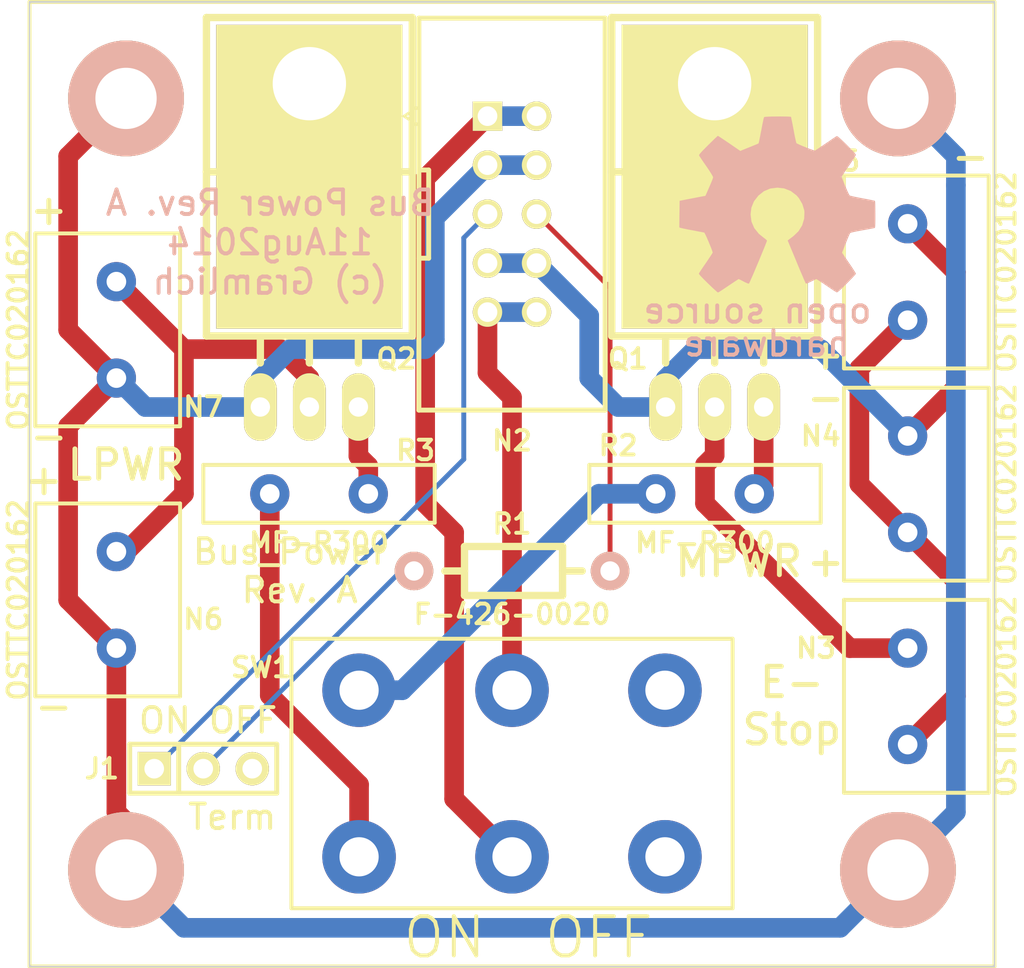
<source format=kicad_pcb>
(kicad_pcb (version 3) (host pcbnew "(2014-jan-25)-product")

  (general
    (links 28)
    (no_connects 0)
    (area 93.863448 96.108 156.136552 150.3568)
    (thickness 1.6)
    (drawings 28)
    (tracks 83)
    (zones 0)
    (modules 18)
    (nets 18)
  )

  (page A4)
  (layers
    (15 F.Cu signal)
    (0 B.Cu signal)
    (16 B.Adhes user)
    (17 F.Adhes user)
    (18 B.Paste user)
    (19 F.Paste user)
    (20 B.SilkS user)
    (21 F.SilkS user)
    (22 B.Mask user)
    (23 F.Mask user)
    (24 Dwgs.User user)
    (25 Cmts.User user)
    (26 Eco1.User user)
    (27 Eco2.User user)
    (28 Edge.Cuts user)
  )

  (setup
    (last_trace_width 0.254)
    (user_trace_width 0.254)
    (user_trace_width 1.016)
    (trace_clearance 0.254)
    (zone_clearance 0.508)
    (zone_45_only no)
    (trace_min 0.254)
    (segment_width 0.2032)
    (edge_width 0.1)
    (via_size 0.889)
    (via_drill 0.635)
    (via_min_size 0.889)
    (via_min_drill 0.508)
    (uvia_size 0.508)
    (uvia_drill 0.127)
    (uvias_allowed no)
    (uvia_min_size 0.508)
    (uvia_min_drill 0.127)
    (pcb_text_width 0.3)
    (pcb_text_size 1.5 1.5)
    (mod_edge_width 0.15)
    (mod_text_size 1 1)
    (mod_text_width 0.15)
    (pad_size 1.5 1.5)
    (pad_drill 0.6)
    (pad_to_mask_clearance 0)
    (aux_axis_origin 0 0)
    (visible_elements 7FFEFFFF)
    (pcbplotparams
      (layerselection 284196865)
      (usegerberextensions true)
      (excludeedgelayer true)
      (linewidth 0.100000)
      (plotframeref false)
      (viasonmask false)
      (mode 1)
      (useauxorigin false)
      (hpglpennumber 1)
      (hpglpenspeed 20)
      (hpglpendiameter 15)
      (hpglpenoverlay 2)
      (psnegative false)
      (psa4output false)
      (plotreference true)
      (plotvalue false)
      (plotinvisibletext false)
      (padsonsilk false)
      (subtractmaskfromsilk false)
      (outputformat 1)
      (mirror false)
      (drillshape 0)
      (scaleselection 1)
      (outputdirectory ""))
  )

  (net 0 "")
  (net 1 /LPWR1)
  (net 2 /LPWR3)
  (net 3 /LPWR2)
  (net 4 /LPWR4)
  (net 5 /LGND)
  (net 6 "Net-(J1-Pad2)")
  (net 7 "Net-(J1-Pad3)")
  (net 8 "Net-(SW1-Pad6)")
  (net 9 "Net-(SW1-Pad3)")
  (net 10 /CANH)
  (net 11 /CANL)
  (net 12 /BPWR5)
  (net 13 /BPWR2)
  (net 14 /BPWR1)
  (net 15 /BPWR3)
  (net 16 /BPWR4)
  (net 17 /BGND)

  (net_class Default "This is the default net class."
    (clearance 0.254)
    (trace_width 0.254)
    (via_dia 0.889)
    (via_drill 0.635)
    (uvia_dia 0.508)
    (uvia_drill 0.127)
    (add_net /CANH)
    (add_net /CANL)
    (add_net "Net-(J1-Pad2)")
    (add_net "Net-(J1-Pad3)")
    (add_net "Net-(SW1-Pad3)")
    (add_net "Net-(SW1-Pad6)")
  )

  (net_class Power ""
    (clearance 0.254)
    (trace_width 1.016)
    (via_dia 0.889)
    (via_drill 0.635)
    (uvia_dia 0.508)
    (uvia_drill 0.127)
    (add_net /BGND)
    (add_net /BPWR1)
    (add_net /BPWR2)
    (add_net /BPWR3)
    (add_net /BPWR4)
    (add_net /BPWR5)
    (add_net /LGND)
    (add_net /LPWR1)
    (add_net /LPWR2)
    (add_net /LPWR3)
    (add_net /LPWR4)
  )

  (module Bus_BeagleBone_Rev_A:OSHW_LOGO_400mil (layer B.Cu) (tedit 0) (tstamp 53E91B30)
    (at 138.75 110.5)
    (path /53AA4798)
    (fp_text reference G1 (at 0 -5.38734) (layer B.SilkS) hide
      (effects (font (size 0.46228 0.46228) (thickness 0.09144)) (justify mirror))
    )
    (fp_text value OSHW_LOGO (at 0 5.38734) (layer B.SilkS) hide
      (effects (font (size 0.46228 0.46228) (thickness 0.09144)) (justify mirror))
    )
    (fp_poly (pts (xy -3.07848 4.56184) (xy -3.02514 4.53644) (xy -2.90576 4.46024) (xy -2.73812 4.34848)
      (xy -2.53746 4.21386) (xy -2.3368 4.07924) (xy -2.16916 3.96748) (xy -2.05486 3.89382)
      (xy -2.0066 3.86588) (xy -1.9812 3.87604) (xy -1.88468 3.92176) (xy -1.74498 3.99542)
      (xy -1.66624 4.03606) (xy -1.5367 4.09194) (xy -1.47574 4.1021) (xy -1.46304 4.08432)
      (xy -1.41732 3.9878) (xy -1.34366 3.82016) (xy -1.24714 3.60172) (xy -1.13792 3.34264)
      (xy -1.02108 3.06578) (xy -0.9017 2.7813) (xy -0.78994 2.50952) (xy -0.69088 2.26822)
      (xy -0.61214 2.0701) (xy -0.5588 1.93294) (xy -0.53848 1.87198) (xy -0.5461 1.86182)
      (xy -0.6096 1.79832) (xy -0.72136 1.7145) (xy -0.96012 1.52146) (xy -1.19888 1.22428)
      (xy -1.34366 0.88646) (xy -1.38938 0.51308) (xy -1.34874 0.16764) (xy -1.21412 -0.1651)
      (xy -0.98044 -0.46482) (xy -0.6985 -0.68834) (xy -0.37084 -0.82804) (xy 0 -0.87376)
      (xy 0.35306 -0.83312) (xy 0.69342 -0.70104) (xy 0.99314 -0.47244) (xy 1.12014 -0.32512)
      (xy 1.2954 -0.02286) (xy 1.39446 0.30226) (xy 1.40462 0.38608) (xy 1.38938 0.74168)
      (xy 1.28524 1.08458) (xy 1.09474 1.38938) (xy 0.83312 1.64084) (xy 0.80264 1.6637)
      (xy 0.68072 1.75514) (xy 0.59944 1.8161) (xy 0.53594 1.86944) (xy 0.9906 2.96164)
      (xy 1.06172 3.1369) (xy 1.18618 3.43408) (xy 1.29794 3.69316) (xy 1.3843 3.8989)
      (xy 1.44526 4.03352) (xy 1.47066 4.0894) (xy 1.47574 4.09194) (xy 1.51384 4.09956)
      (xy 1.59766 4.06908) (xy 1.75006 3.99542) (xy 1.85166 3.94462) (xy 1.9685 3.88874)
      (xy 2.0193 3.86588) (xy 2.06248 3.89128) (xy 2.17678 3.9624) (xy 2.33934 4.07162)
      (xy 2.53492 4.2037) (xy 2.72034 4.3307) (xy 2.89052 4.445) (xy 3.01752 4.52374)
      (xy 3.07594 4.55676) (xy 3.0861 4.55676) (xy 3.13944 4.52628) (xy 3.2385 4.445)
      (xy 3.38836 4.30276) (xy 3.59918 4.09702) (xy 3.62966 4.064) (xy 3.80238 3.88874)
      (xy 3.94462 3.73888) (xy 4.0386 3.63474) (xy 4.07162 3.58648) (xy 4.07162 3.58648)
      (xy 4.04114 3.52806) (xy 3.9624 3.4036) (xy 3.8481 3.22834) (xy 3.71094 3.02514)
      (xy 3.34772 2.49936) (xy 3.54838 2.00406) (xy 3.60934 1.85166) (xy 3.68554 1.66624)
      (xy 3.74396 1.53416) (xy 3.77444 1.47828) (xy 3.82778 1.45796) (xy 3.9624 1.42494)
      (xy 4.16052 1.3843) (xy 4.3942 1.34112) (xy 4.61772 1.30048) (xy 4.82092 1.26238)
      (xy 4.96824 1.23444) (xy 5.03428 1.2192) (xy 5.04952 1.21158) (xy 5.06222 1.17856)
      (xy 5.06984 1.10998) (xy 5.07492 0.98806) (xy 5.07746 0.79502) (xy 5.07746 0.51308)
      (xy 5.07746 0.4826) (xy 5.07492 0.2159) (xy 5.07238 0.00254) (xy 5.06476 -0.13462)
      (xy 5.0546 -0.1905) (xy 5.0546 -0.1905) (xy 4.9911 -0.20574) (xy 4.84886 -0.23622)
      (xy 4.64566 -0.27686) (xy 4.40436 -0.32258) (xy 4.38912 -0.32512) (xy 4.15036 -0.37084)
      (xy 3.94716 -0.41402) (xy 3.80746 -0.44704) (xy 3.7465 -0.46482) (xy 3.73634 -0.4826)
      (xy 3.68554 -0.57404) (xy 3.61696 -0.7239) (xy 3.53822 -0.90678) (xy 3.45948 -1.09474)
      (xy 3.3909 -1.26492) (xy 3.34518 -1.39192) (xy 3.33248 -1.4478) (xy 3.33248 -1.45034)
      (xy 3.37058 -1.50876) (xy 3.45186 -1.63068) (xy 3.5687 -1.80594) (xy 3.7084 -2.00914)
      (xy 3.7211 -2.02438) (xy 3.85826 -2.22758) (xy 3.97002 -2.4003) (xy 4.04368 -2.52222)
      (xy 4.07162 -2.5781) (xy 4.07162 -2.58064) (xy 4.0259 -2.6416) (xy 3.92176 -2.7559)
      (xy 3.77444 -2.91084) (xy 3.59664 -3.09118) (xy 3.54076 -3.14706) (xy 3.34264 -3.3401)
      (xy 3.20548 -3.46456) (xy 3.11912 -3.53314) (xy 3.07848 -3.54838) (xy 3.07848 -3.54584)
      (xy 3.01752 -3.51028) (xy 2.88798 -3.42646) (xy 2.71526 -3.30708) (xy 2.50952 -3.16738)
      (xy 2.49428 -3.15722) (xy 2.29108 -3.02006) (xy 2.1209 -2.90576) (xy 2.00152 -2.82702)
      (xy 1.94818 -2.794) (xy 1.94056 -2.794) (xy 1.85674 -2.8194) (xy 1.71196 -2.8702)
      (xy 1.53416 -2.93878) (xy 1.3462 -3.01244) (xy 1.17602 -3.0861) (xy 1.04902 -3.14452)
      (xy 0.98806 -3.17754) (xy 0.98552 -3.18262) (xy 0.9652 -3.25374) (xy 0.92964 -3.40614)
      (xy 0.88646 -3.61442) (xy 0.84074 -3.86334) (xy 0.83312 -3.90398) (xy 0.7874 -4.14528)
      (xy 0.74676 -4.34594) (xy 0.71882 -4.4831) (xy 0.70612 -4.54152) (xy 0.67056 -4.54914)
      (xy 0.55118 -4.55676) (xy 0.37084 -4.56184) (xy 0.1524 -4.56438) (xy -0.0762 -4.56184)
      (xy -0.30226 -4.5593) (xy -0.49276 -4.55168) (xy -0.62992 -4.54152) (xy -0.68834 -4.53136)
      (xy -0.68834 -4.52628) (xy -0.7112 -4.45262) (xy -0.74422 -4.30022) (xy -0.7874 -4.0894)
      (xy -0.83312 -3.84048) (xy -0.84328 -3.7973) (xy -0.889 -3.556) (xy -0.92964 -3.35788)
      (xy -0.95758 -3.22072) (xy -0.97282 -3.16738) (xy -0.99568 -3.15468) (xy -1.09474 -3.1115)
      (xy -1.2573 -3.04546) (xy -1.45796 -2.96418) (xy -1.92278 -2.77622) (xy -2.49174 -3.16738)
      (xy -2.54508 -3.20294) (xy -2.75082 -3.34264) (xy -2.91846 -3.4544) (xy -3.0353 -3.5306)
      (xy -3.08356 -3.55854) (xy -3.08864 -3.556) (xy -3.14452 -3.5052) (xy -3.25882 -3.39852)
      (xy -3.41122 -3.24866) (xy -3.59156 -3.07086) (xy -3.72364 -2.93878) (xy -3.88112 -2.77876)
      (xy -3.98018 -2.66954) (xy -4.03606 -2.60096) (xy -4.05384 -2.56032) (xy -4.0513 -2.53238)
      (xy -4.0132 -2.47396) (xy -3.92938 -2.34696) (xy -3.81254 -2.17424) (xy -3.67284 -1.97358)
      (xy -3.55854 -1.80594) (xy -3.43408 -1.6129) (xy -3.35534 -1.47574) (xy -3.3274 -1.4097)
      (xy -3.33502 -1.38176) (xy -3.37312 -1.27) (xy -3.4417 -1.10236) (xy -3.52806 -0.9017)
      (xy -3.72618 -0.44958) (xy -4.02082 -0.3937) (xy -4.20116 -0.35814) (xy -4.45008 -0.30988)
      (xy -4.69138 -0.26416) (xy -5.06476 -0.1905) (xy -5.08 1.18618) (xy -5.02158 1.20904)
      (xy -4.9657 1.22428) (xy -4.826 1.25476) (xy -4.62788 1.2954) (xy -4.3942 1.33858)
      (xy -4.19608 1.37668) (xy -3.99542 1.41478) (xy -3.85064 1.44272) (xy -3.78714 1.45542)
      (xy -3.7719 1.47828) (xy -3.7211 1.5748) (xy -3.64998 1.72974) (xy -3.5687 1.91516)
      (xy -3.48996 2.1082) (xy -3.41884 2.286) (xy -3.37058 2.42062) (xy -3.35026 2.49174)
      (xy -3.3782 2.54508) (xy -3.4544 2.66192) (xy -3.56616 2.82956) (xy -3.70078 3.03022)
      (xy -3.83794 3.22834) (xy -3.95224 3.39852) (xy -4.03352 3.52298) (xy -4.06654 3.57886)
      (xy -4.0513 3.61696) (xy -3.97002 3.71348) (xy -3.82016 3.86842) (xy -3.59664 4.0894)
      (xy -3.55854 4.12496) (xy -3.38074 4.29768) (xy -3.23088 4.43484) (xy -3.12674 4.52882)
      (xy -3.07848 4.56184)) (layer B.SilkS) (width 0.00254))
  )

  (module Bus_BeagleBone_Rev_A:MountingHole_3mm (layer F.Cu) (tedit 53C20469) (tstamp 53E91B34)
    (at 105 105)
    (descr "Mounting hole, Befestigungsbohrung, 3mm, No Annular, Kein Restring,")
    (tags "Mounting hole, Befestigungsbohrung, 3mm, No Annular, Kein Restring,")
    (path /53AA33AA)
    (fp_text reference H1 (at 0.235001 -0.35499) (layer F.SilkS)
      (effects (font (size 1.016 1.016) (thickness 0.2032)))
    )
    (fp_text value 3MM_HOLE (at 0 4.29) (layer F.SilkS) hide
      (effects (font (size 1.016 1.016) (thickness 0.2032)))
    )
    (fp_circle (center 0 0) (end 3 0) (layer Cmts.User) (width 0.381))
    (pad 1 thru_hole circle (at 0 0) (size 6 6) (drill 3.175) (layers *.Cu *.SilkS *.Mask)
      (net 5 /LGND))
  )

  (module Bus_BeagleBone_Rev_A:MountingHole_3mm (layer F.Cu) (tedit 53C20469) (tstamp 53E91B3E)
    (at 145 105)
    (descr "Mounting hole, Befestigungsbohrung, 3mm, No Annular, Kein Restring,")
    (tags "Mounting hole, Befestigungsbohrung, 3mm, No Annular, Kein Restring,")
    (path /53E91440)
    (fp_text reference H2 (at 0.235001 -0.35499) (layer F.SilkS)
      (effects (font (size 1.016 1.016) (thickness 0.2032)))
    )
    (fp_text value 3MM_HOLE (at 0 4.29) (layer F.SilkS) hide
      (effects (font (size 1.016 1.016) (thickness 0.2032)))
    )
    (fp_circle (center 0 0) (end 3 0) (layer Cmts.User) (width 0.381))
    (pad 1 thru_hole circle (at 0 0) (size 6 6) (drill 3.175) (layers *.Cu *.SilkS *.Mask)
      (net 5 /LGND))
  )

  (module Bus_BeagleBone_Rev_A:MountingHole_3mm (layer F.Cu) (tedit 53C20469) (tstamp 53E91B44)
    (at 105 145)
    (descr "Mounting hole, Befestigungsbohrung, 3mm, No Annular, Kein Restring,")
    (tags "Mounting hole, Befestigungsbohrung, 3mm, No Annular, Kein Restring,")
    (path /53E914C5)
    (fp_text reference H3 (at 0.235001 -0.35499) (layer F.SilkS)
      (effects (font (size 1.016 1.016) (thickness 0.2032)))
    )
    (fp_text value 3MM_HOLE (at 0 4.29) (layer F.SilkS) hide
      (effects (font (size 1.016 1.016) (thickness 0.2032)))
    )
    (fp_circle (center 0 0) (end 3 0) (layer Cmts.User) (width 0.381))
    (pad 1 thru_hole circle (at 0 0) (size 6 6) (drill 3.175) (layers *.Cu *.SilkS *.Mask)
      (net 5 /LGND))
  )

  (module Bus_BeagleBone_Rev_A:MountingHole_3mm (layer F.Cu) (tedit 53C20469) (tstamp 53E91B4A)
    (at 145 145)
    (descr "Mounting hole, Befestigungsbohrung, 3mm, No Annular, Kein Restring,")
    (tags "Mounting hole, Befestigungsbohrung, 3mm, No Annular, Kein Restring,")
    (path /53E91517)
    (fp_text reference H4 (at 0.235001 -0.35499) (layer F.SilkS)
      (effects (font (size 1.016 1.016) (thickness 0.2032)))
    )
    (fp_text value 3MM_HOLE (at 0 4.29) (layer F.SilkS) hide
      (effects (font (size 1.016 1.016) (thickness 0.2032)))
    )
    (fp_circle (center 0 0) (end 3 0) (layer Cmts.User) (width 0.381))
    (pad 1 thru_hole circle (at 0 0) (size 6 6) (drill 3.175) (layers *.Cu *.SilkS *.Mask)
      (net 5 /LGND))
  )

  (module Bus_BeagleBone_Rev_A:Pin_Header_Straight_1x03 (layer F.Cu) (tedit 53E92B90) (tstamp 53E91B58)
    (at 109 139.75)
    (descr "1 pin")
    (tags "CONN DEV")
    (path /53E8D609)
    (fp_text reference J1 (at -5.25 0) (layer F.SilkS)
      (effects (font (size 1.016 1.016) (thickness 0.2032)))
    )
    (fp_text value TERMINATE_JUMPER (at -0.01 2.45) (layer F.SilkS) hide
      (effects (font (size 1.016 1.016) (thickness 0.2032)))
    )
    (fp_line (start -1.27 1.27) (end 3.81 1.27) (layer F.SilkS) (width 0.254))
    (fp_line (start 3.81 1.27) (end 3.81 -1.27) (layer F.SilkS) (width 0.254))
    (fp_line (start 3.81 -1.27) (end -1.27 -1.27) (layer F.SilkS) (width 0.254))
    (fp_line (start -3.81 -1.27) (end -1.27 -1.27) (layer F.SilkS) (width 0.254))
    (fp_line (start -1.27 -1.27) (end -1.27 1.27) (layer F.SilkS) (width 0.254))
    (fp_line (start -3.81 -1.27) (end -3.81 1.27) (layer F.SilkS) (width 0.254))
    (fp_line (start -3.81 1.27) (end -1.27 1.27) (layer F.SilkS) (width 0.254))
    (pad 1 thru_hole rect (at -2.54 0) (size 1.7272 1.7272) (drill 1.016) (layers *.Cu *.Mask F.SilkS)
      (net 10 /CANH))
    (pad 2 thru_hole circle (at 0 0) (size 1.7272 1.7272) (drill 1.016) (layers *.Cu *.Mask F.SilkS)
      (net 6 "Net-(J1-Pad2)"))
    (pad 3 thru_hole circle (at 2.54 0) (size 1.7272 1.7272) (drill 1.016) (layers *.Cu *.Mask F.SilkS)
      (net 7 "Net-(J1-Pad3)"))
    (model Pin_Headers/Pin_Header_Straight_1x03.wrl
      (at (xyz 0 0 0))
      (scale (xyz 1 1 1))
      (rotate (xyz 0 0 0))
    )
  )

  (module Bus_BeagleBone_Rev_A:Pin_Header_Straight_2x05_Shrouded (layer F.Cu) (tedit 53E92B64) (tstamp 53E91BA7)
    (at 125 111 270)
    (descr "Male 2x5 Header 2.54mm pitch")
    (tags CONN)
    (path /53E91E68)
    (fp_text reference N2 (at 11.75 0 540) (layer F.SilkS)
      (effects (font (size 1.016 1.016) (thickness 0.2032)))
    )
    (fp_text value BUS_MASTER_HEADER (at 0 6.5 270) (layer F.SilkS) hide
      (effects (font (size 1.016 1.016) (thickness 0.2032)))
    )
    (fp_line (start -5.08 5.588) (end -5.588 4.826) (layer F.SilkS) (width 0.15))
    (fp_line (start -5.08 5.588) (end -4.572 4.826) (layer F.SilkS) (width 0.15))
    (fp_line (start 2.286 4.826) (end 2.286 4.318) (layer F.SilkS) (width 0.254))
    (fp_line (start 2.286 4.318) (end -2.286 4.318) (layer F.SilkS) (width 0.254))
    (fp_line (start -2.286 4.318) (end -2.286 4.826) (layer F.SilkS) (width 0.254))
    (fp_line (start -10.16 -4.826) (end 10.16 -4.826) (layer F.SilkS) (width 0.254))
    (fp_line (start 10.16 -4.826) (end 10.16 4.826) (layer F.SilkS) (width 0.254))
    (fp_line (start 10.16 4.826) (end -10.16 4.826) (layer F.SilkS) (width 0.254))
    (fp_line (start -10.16 4.826) (end -10.16 -4.826) (layer F.SilkS) (width 0.254))
    (pad 1 thru_hole rect (at -5.08 1.27 270) (size 1.524 1.524) (drill 1.016) (layers *.Cu *.Mask F.SilkS)
      (net 4 /LPWR4))
    (pad 2 thru_hole circle (at -5.08 -1.27 270) (size 1.524 1.524) (drill 1.016) (layers *.Cu *.Mask F.SilkS)
      (net 4 /LPWR4))
    (pad 3 thru_hole circle (at -2.54 1.27 270) (size 1.524 1.524) (drill 1.016) (layers *.Cu *.Mask F.SilkS)
      (net 5 /LGND))
    (pad 4 thru_hole circle (at -2.54 -1.27 270) (size 1.524 1.524) (drill 1.016) (layers *.Cu *.Mask F.SilkS)
      (net 5 /LGND))
    (pad 5 thru_hole circle (at 0 1.27 270) (size 1.524 1.524) (drill 1.016) (layers *.Cu *.Mask F.SilkS)
      (net 10 /CANH))
    (pad 6 thru_hole circle (at 0 -1.27 270) (size 1.524 1.524) (drill 1.016) (layers *.Cu *.Mask F.SilkS)
      (net 11 /CANL))
    (pad 7 thru_hole circle (at 2.54 1.27 270) (size 1.524 1.524) (drill 1.016) (layers *.Cu *.Mask F.SilkS)
      (net 17 /BGND))
    (pad 8 thru_hole circle (at 2.54 -1.27 270) (size 1.524 1.524) (drill 1.016) (layers *.Cu *.Mask F.SilkS)
      (net 17 /BGND))
    (pad 9 thru_hole circle (at 5.08 1.27 270) (size 1.524 1.524) (drill 1.016) (layers *.Cu *.Mask F.SilkS)
      (net 12 /BPWR5))
    (pad 10 thru_hole circle (at 5.08 -1.27 270) (size 1.524 1.524) (drill 1.016) (layers *.Cu *.Mask F.SilkS)
      (net 12 /BPWR5))
    (model pin_array/pins_array_5x2.wrl
      (at (xyz 0 0 0))
      (scale (xyz 1 1 1))
      (rotate (xyz 0 0 0))
    )
  )

  (module Bus_BeagleBone_Rev_A:5MM_TERMINAL_BLOCK_2_POS (layer F.Cu) (tedit 53E92B41) (tstamp 53E91BBD)
    (at 145.5 136 270)
    (path /53B7CA66)
    (fp_text reference N3 (at -2.5 4.75 360) (layer F.SilkS)
      (effects (font (size 1.016 1.016) (thickness 0.2032)))
    )
    (fp_text value OSTTC020162 (at 0 -5.08 270) (layer F.SilkS)
      (effects (font (size 1.016 1.016) (thickness 0.2032)))
    )
    (fp_line (start -5 -4.2) (end -5 3.3) (layer F.SilkS) (width 0.2032))
    (fp_line (start -5 3.3) (end 5 3.3) (layer F.SilkS) (width 0.2032))
    (fp_line (start 5 3.3) (end 5 -4.2) (layer F.SilkS) (width 0.2032))
    (fp_line (start 5 -4.2) (end -5 -4.2) (layer F.SilkS) (width 0.2032))
    (pad 1 thru_hole circle (at -2.5 0 270) (size 2.032 2.032) (drill 1.016) (layers *.Cu *.Mask)
      (net 13 /BPWR2))
    (pad 2 thru_hole circle (at 2.5 0 270) (size 2.032 2.032) (drill 1.016) (layers *.Cu *.Mask)
      (net 14 /BPWR1))
  )

  (module Bus_BeagleBone_Rev_A:5MM_TERMINAL_BLOCK_2_POS (layer F.Cu) (tedit 53E92B46) (tstamp 53E91BC6)
    (at 145.5 125 270)
    (path /53B61F22)
    (fp_text reference N4 (at -2.5 4.5 360) (layer F.SilkS)
      (effects (font (size 1.016 1.016) (thickness 0.2032)))
    )
    (fp_text value OSTTC020162 (at 0 -5.08 270) (layer F.SilkS)
      (effects (font (size 1.016 1.016) (thickness 0.2032)))
    )
    (fp_line (start -5 -4.2) (end -5 3.3) (layer F.SilkS) (width 0.2032))
    (fp_line (start -5 3.3) (end 5 3.3) (layer F.SilkS) (width 0.2032))
    (fp_line (start 5 3.3) (end 5 -4.2) (layer F.SilkS) (width 0.2032))
    (fp_line (start 5 -4.2) (end -5 -4.2) (layer F.SilkS) (width 0.2032))
    (pad 1 thru_hole circle (at -2.5 0 270) (size 2.032 2.032) (drill 1.016) (layers *.Cu *.Mask)
      (net 17 /BGND))
    (pad 2 thru_hole circle (at 2.5 0 270) (size 2.032 2.032) (drill 1.016) (layers *.Cu *.Mask)
      (net 14 /BPWR1))
  )

  (module Bus_BeagleBone_Rev_A:5MM_TERMINAL_BLOCK_2_POS (layer F.Cu) (tedit 53E92B50) (tstamp 53E91BCF)
    (at 145.5 114 270)
    (path /53B63175)
    (fp_text reference N5 (at -5.75 3.5 360) (layer F.SilkS)
      (effects (font (size 1.016 1.016) (thickness 0.2032)))
    )
    (fp_text value OSTTC020162 (at 0 -5.08 270) (layer F.SilkS)
      (effects (font (size 1.016 1.016) (thickness 0.2032)))
    )
    (fp_line (start -5 -4.2) (end -5 3.3) (layer F.SilkS) (width 0.2032))
    (fp_line (start -5 3.3) (end 5 3.3) (layer F.SilkS) (width 0.2032))
    (fp_line (start 5 3.3) (end 5 -4.2) (layer F.SilkS) (width 0.2032))
    (fp_line (start 5 -4.2) (end -5 -4.2) (layer F.SilkS) (width 0.2032))
    (pad 1 thru_hole circle (at -2.5 0 270) (size 2.032 2.032) (drill 1.016) (layers *.Cu *.Mask)
      (net 17 /BGND))
    (pad 2 thru_hole circle (at 2.5 0 270) (size 2.032 2.032) (drill 1.016) (layers *.Cu *.Mask)
      (net 14 /BPWR1))
  )

  (module Bus_BeagleBone_Rev_A:5MM_TERMINAL_BLOCK_2_POS (layer F.Cu) (tedit 53E92B6D) (tstamp 53E91BD8)
    (at 104.5 131 90)
    (path /53B64AE0)
    (fp_text reference N6 (at -1 4.5 180) (layer F.SilkS)
      (effects (font (size 1.016 1.016) (thickness 0.2032)))
    )
    (fp_text value OSTTC020162 (at 0 -5.08 90) (layer F.SilkS)
      (effects (font (size 1.016 1.016) (thickness 0.2032)))
    )
    (fp_line (start -5 -4.2) (end -5 3.3) (layer F.SilkS) (width 0.2032))
    (fp_line (start -5 3.3) (end 5 3.3) (layer F.SilkS) (width 0.2032))
    (fp_line (start 5 3.3) (end 5 -4.2) (layer F.SilkS) (width 0.2032))
    (fp_line (start 5 -4.2) (end -5 -4.2) (layer F.SilkS) (width 0.2032))
    (pad 1 thru_hole circle (at -2.5 0 90) (size 2.032 2.032) (drill 1.016) (layers *.Cu *.Mask)
      (net 5 /LGND))
    (pad 2 thru_hole circle (at 2.5 0 90) (size 2.032 2.032) (drill 1.016) (layers *.Cu *.Mask)
      (net 1 /LPWR1))
  )

  (module Bus_BeagleBone_Rev_A:5MM_TERMINAL_BLOCK_2_POS (layer F.Cu) (tedit 53E92D05) (tstamp 53E91BE1)
    (at 104.5 117 90)
    (path /53B64AE6)
    (fp_text reference N7 (at -4 4.5 180) (layer F.SilkS)
      (effects (font (size 1.016 1.016) (thickness 0.2032)))
    )
    (fp_text value OSTTC020162 (at 0 -5.08 90) (layer F.SilkS)
      (effects (font (size 1.016 1.016) (thickness 0.2032)))
    )
    (fp_line (start -5 -4.2) (end -5 3.3) (layer F.SilkS) (width 0.2032))
    (fp_line (start -5 3.3) (end 5 3.3) (layer F.SilkS) (width 0.2032))
    (fp_line (start 5 3.3) (end 5 -4.2) (layer F.SilkS) (width 0.2032))
    (fp_line (start 5 -4.2) (end -5 -4.2) (layer F.SilkS) (width 0.2032))
    (pad 1 thru_hole circle (at -2.5 0 90) (size 2.032 2.032) (drill 1.016) (layers *.Cu *.Mask)
      (net 5 /LGND))
    (pad 2 thru_hole circle (at 2.5 0 90) (size 2.032 2.032) (drill 1.016) (layers *.Cu *.Mask)
      (net 1 /LPWR1))
  )

  (module Bus_BeagleBone_Rev_A:TO-220_FET-GDS_Horizontal_LargePads (layer F.Cu) (tedit 53E92D10) (tstamp 53E91BEA)
    (at 135.5 121)
    (descr "TO-220, FET-GDS, Horizontal, Large Pads,")
    (tags "TO-220, FET-GDS, Horizontal, Large Pads,")
    (path /53B62FC0)
    (fp_text reference Q1 (at -4.5 -2.5) (layer F.SilkS)
      (effects (font (size 1.016 1.016) (thickness 0.2032)))
    )
    (fp_text value FQP47P06 (at 0.50038 4.59994) (layer F.SilkS) hide
      (effects (font (size 1.016 1.016) (thickness 0.2032)))
    )
    (fp_text user G (at -2.54 -5.08) (layer F.SilkS)
      (effects (font (size 1.00076 1.00076) (thickness 0.25146)))
    )
    (fp_text user S (at 2.54 -5.08) (layer F.SilkS)
      (effects (font (size 1.00076 1.00076) (thickness 0.25146)))
    )
    (fp_text user D (at 0 -5.08) (layer F.SilkS)
      (effects (font (size 1.00076 1.00076) (thickness 0.25146)))
    )
    (fp_line (start -2.54 -3.683) (end -2.54 -2.286) (layer F.SilkS) (width 0.381))
    (fp_line (start 0 -3.683) (end 0 -2.286) (layer F.SilkS) (width 0.381))
    (fp_line (start 2.54 -3.683) (end 2.54 -2.286) (layer F.SilkS) (width 0.381))
    (fp_circle (center 0 -16.764) (end 1.778 -14.986) (layer F.SilkS) (width 0.381))
    (fp_line (start 5.334 -12.192) (end 5.334 -20.193) (layer F.SilkS) (width 0.381))
    (fp_line (start 5.334 -20.193) (end -5.334 -20.193) (layer F.SilkS) (width 0.381))
    (fp_line (start -5.334 -20.193) (end -5.334 -12.192) (layer F.SilkS) (width 0.381))
    (fp_line (start 5.334 -3.683) (end 5.334 -12.192) (layer F.SilkS) (width 0.381))
    (fp_line (start 5.334 -12.192) (end -5.334 -12.192) (layer F.SilkS) (width 0.381))
    (fp_line (start -5.334 -12.192) (end -5.334 -3.683) (layer F.SilkS) (width 0.381))
    (fp_line (start 0 -3.683) (end -5.334 -3.683) (layer F.SilkS) (width 0.381))
    (fp_line (start 0 -3.683) (end 5.334 -3.683) (layer F.SilkS) (width 0.381))
    (pad D thru_hole oval (at 0 0 90) (size 3.50012 1.69926) (drill 1.00076) (layers *.Cu *.Mask F.SilkS)
      (net 13 /BPWR2))
    (pad G thru_hole oval (at -2.54 0 90) (size 3.50012 1.69926) (drill 1.00076) (layers *.Cu *.Mask F.SilkS)
      (net 17 /BGND))
    (pad S thru_hole oval (at 2.54 0 90) (size 3.50012 1.69926) (drill 1.00076) (layers *.Cu *.Mask F.SilkS)
      (net 15 /BPWR3))
    (pad "" thru_hole rect (at 0 -16.764 90) (size 15.748 9.652) (drill 3.79984 (offset -4.826 0)) (layers *.Cu F.SilkS F.Mask))
    (model Transistor_TO-220_Wings3d_RevB_03Sep2012/TO220-vert_RevB_Faktor03937_03Sep2012.wrl
      (at (xyz 0 0 0))
      (scale (xyz 0.3937 0.3937 0.3937))
      (rotate (xyz 0 0 0))
    )
  )

  (module Bus_BeagleBone_Rev_A:TO-220_FET-GDS_Horizontal_LargePads (layer F.Cu) (tedit 53E92D23) (tstamp 53E91C00)
    (at 114.5 121)
    (descr "TO-220, FET-GDS, Horizontal, Large Pads,")
    (tags "TO-220, FET-GDS, Horizontal, Large Pads,")
    (path /53B6538A)
    (fp_text reference Q2 (at 4.5 -2.5) (layer F.SilkS)
      (effects (font (size 1.016 1.016) (thickness 0.2032)))
    )
    (fp_text value FQP47P06 (at 0.50038 4.59994) (layer F.SilkS) hide
      (effects (font (size 1.016 1.016) (thickness 0.2032)))
    )
    (fp_text user G (at -2.54 -5.08) (layer F.SilkS)
      (effects (font (size 1.00076 1.00076) (thickness 0.25146)))
    )
    (fp_text user S (at 2.54 -5.08) (layer F.SilkS)
      (effects (font (size 1.00076 1.00076) (thickness 0.25146)))
    )
    (fp_text user D (at 0 -5.08) (layer F.SilkS)
      (effects (font (size 1.00076 1.00076) (thickness 0.25146)))
    )
    (fp_line (start -2.54 -3.683) (end -2.54 -2.286) (layer F.SilkS) (width 0.381))
    (fp_line (start 0 -3.683) (end 0 -2.286) (layer F.SilkS) (width 0.381))
    (fp_line (start 2.54 -3.683) (end 2.54 -2.286) (layer F.SilkS) (width 0.381))
    (fp_circle (center 0 -16.764) (end 1.778 -14.986) (layer F.SilkS) (width 0.381))
    (fp_line (start 5.334 -12.192) (end 5.334 -20.193) (layer F.SilkS) (width 0.381))
    (fp_line (start 5.334 -20.193) (end -5.334 -20.193) (layer F.SilkS) (width 0.381))
    (fp_line (start -5.334 -20.193) (end -5.334 -12.192) (layer F.SilkS) (width 0.381))
    (fp_line (start 5.334 -3.683) (end 5.334 -12.192) (layer F.SilkS) (width 0.381))
    (fp_line (start 5.334 -12.192) (end -5.334 -12.192) (layer F.SilkS) (width 0.381))
    (fp_line (start -5.334 -12.192) (end -5.334 -3.683) (layer F.SilkS) (width 0.381))
    (fp_line (start 0 -3.683) (end -5.334 -3.683) (layer F.SilkS) (width 0.381))
    (fp_line (start 0 -3.683) (end 5.334 -3.683) (layer F.SilkS) (width 0.381))
    (pad D thru_hole oval (at 0 0 90) (size 3.50012 1.69926) (drill 1.00076) (layers *.Cu *.Mask F.SilkS)
      (net 1 /LPWR1))
    (pad G thru_hole oval (at -2.54 0 90) (size 3.50012 1.69926) (drill 1.00076) (layers *.Cu *.Mask F.SilkS)
      (net 5 /LGND))
    (pad S thru_hole oval (at 2.54 0 90) (size 3.50012 1.69926) (drill 1.00076) (layers *.Cu *.Mask F.SilkS)
      (net 3 /LPWR2))
    (pad "" thru_hole rect (at 0 -16.764 90) (size 15.748 9.652) (drill 3.79984 (offset -4.826 0)) (layers *.Cu F.SilkS F.Mask))
    (model Transistor_TO-220_Wings3d_RevB_03Sep2012/TO220-vert_RevB_Faktor03937_03Sep2012.wrl
      (at (xyz 0 0 0))
      (scale (xyz 0.3937 0.3937 0.3937))
      (rotate (xyz 0 0 0))
    )
  )

  (module Bus_BeagleBone_Rev_A:Resistor_Horizontal__400 (layer F.Cu) (tedit 53E91A28) (tstamp 53E91C16)
    (at 125 129.5)
    (descr "Resistor, Axial,  400 mils, 1/3W")
    (tags "Resistor, Axial, 400 mis, 1/3W")
    (path /53E8E9A7)
    (fp_text reference R1 (at 0 -2.44) (layer F.SilkS)
      (effects (font (size 1.016 1.016) (thickness 0.2032)))
    )
    (fp_text value "120 1%" (at 0 2.42) (layer F.SilkS) hide
      (effects (font (size 1.016 1.016) (thickness 0.2032)))
    )
    (fp_line (start -2.46126 0) (end -3.47726 0) (layer F.SilkS) (width 0.381))
    (fp_line (start 2.61874 0) (end 3.63474 0) (layer F.SilkS) (width 0.381))
    (fp_line (start -2.46126 -1.27) (end 2.61874 -1.27) (layer F.SilkS) (width 0.381))
    (fp_line (start 2.61874 -1.27) (end 2.61874 1.27) (layer F.SilkS) (width 0.381))
    (fp_line (start 2.61874 1.27) (end -2.46126 1.27) (layer F.SilkS) (width 0.381))
    (fp_line (start -2.46126 1.27) (end -2.46126 -1.27) (layer F.SilkS) (width 0.381))
    (pad 1 thru_hole circle (at -5.08 0) (size 1.99898 1.99898) (drill 1.00076) (layers *.Cu *.SilkS *.Mask)
      (net 6 "Net-(J1-Pad2)"))
    (pad 2 thru_hole circle (at 5.08 0) (size 1.99898 1.99898) (drill 1.00076) (layers *.Cu *.SilkS *.Mask)
      (net 11 /CANL))
  )

  (module Bus_Power_Rev_A:MF_R300 (layer F.Cu) (tedit 53E92B5A) (tstamp 53E91C21)
    (at 135 125.5 180)
    (path /53B63849)
    (fp_text reference R2 (at 4.5 2.5 180) (layer F.SilkS)
      (effects (font (size 1.016 1.016) (thickness 0.2032)))
    )
    (fp_text value MF-R300 (at 0 -2.54 180) (layer F.SilkS)
      (effects (font (size 1.016 1.016) (thickness 0.2032)))
    )
    (fp_line (start -5.9944 1.4986) (end 5.9944 1.4986) (layer F.SilkS) (width 0.2032))
    (fp_line (start 5.9944 1.4986) (end 5.9944 -1.4986) (layer F.SilkS) (width 0.2032))
    (fp_line (start 5.9944 -1.4986) (end -5.9944 -1.4986) (layer F.SilkS) (width 0.2032))
    (fp_line (start -5.9944 -1.4986) (end -5.9944 1.4986) (layer F.SilkS) (width 0.2032))
    (pad 1 thru_hole circle (at -2.5527 0 180) (size 2.032 2.032) (drill 1.016) (layers *.Cu *.Mask)
      (net 15 /BPWR3))
    (pad 2 thru_hole circle (at 2.5527 0 180) (size 2.032 2.032) (drill 1.016) (layers *.Cu *.Mask)
      (net 16 /BPWR4))
  )

  (module Bus_Power_Rev_A:MF_R300 (layer F.Cu) (tedit 53E92B5F) (tstamp 53E91C33)
    (at 115 125.5 180)
    (path /53B7AD27)
    (fp_text reference R3 (at -5 2.25 180) (layer F.SilkS)
      (effects (font (size 1.016 1.016) (thickness 0.2032)))
    )
    (fp_text value MF-R300 (at 0 -2.54 180) (layer F.SilkS)
      (effects (font (size 1.016 1.016) (thickness 0.2032)))
    )
    (fp_line (start -5.9944 1.4986) (end 5.9944 1.4986) (layer F.SilkS) (width 0.2032))
    (fp_line (start 5.9944 1.4986) (end 5.9944 -1.4986) (layer F.SilkS) (width 0.2032))
    (fp_line (start 5.9944 -1.4986) (end -5.9944 -1.4986) (layer F.SilkS) (width 0.2032))
    (fp_line (start -5.9944 -1.4986) (end -5.9944 1.4986) (layer F.SilkS) (width 0.2032))
    (pad 1 thru_hole circle (at -2.5527 0 180) (size 2.032 2.032) (drill 1.016) (layers *.Cu *.Mask)
      (net 3 /LPWR2))
    (pad 2 thru_hole circle (at 2.5527 0 180) (size 2.032 2.032) (drill 1.016) (layers *.Cu *.Mask)
      (net 2 /LPWR3))
  )

  (module Bus_Power_Rev_A:GF_426_0020 (layer F.Cu) (tedit 53E92CF6) (tstamp 53E91C34)
    (at 125 140)
    (path /53B6452D)
    (fp_text reference SW1 (at -13 -5.5) (layer F.SilkS)
      (effects (font (size 1.016 1.016) (thickness 0.2032)))
    )
    (fp_text value F-426-0020 (at 0 -8.255) (layer F.SilkS)
      (effects (font (size 1.016 1.016) (thickness 0.2032)))
    )
    (fp_line (start -11.43 -6.985) (end -11.43 6.985) (layer F.SilkS) (width 0.2032))
    (fp_line (start -11.43 6.985) (end 11.43 6.985) (layer F.SilkS) (width 0.2032))
    (fp_line (start 11.43 6.985) (end 11.43 -6.985) (layer F.SilkS) (width 0.2032))
    (fp_line (start 11.43 -6.985) (end -11.43 -6.985) (layer F.SilkS) (width 0.2032))
    (pad 5 thru_hole circle (at 0 4.318) (size 3.81 3.81) (drill 2.032) (layers *.Cu *.Mask)
      (net 4 /LPWR4))
    (pad 2 thru_hole circle (at 0 -4.318) (size 3.81 3.81) (drill 2.032) (layers *.Cu *.Mask)
      (net 12 /BPWR5))
    (pad 6 thru_hole circle (at 7.9248 4.318) (size 3.81 3.81) (drill 2.032) (layers *.Cu *.Mask)
      (net 8 "Net-(SW1-Pad6)"))
    (pad 1 thru_hole circle (at -7.9248 -4.318) (size 3.81 3.81) (drill 2.032) (layers *.Cu *.Mask)
      (net 16 /BPWR4))
    (pad 3 thru_hole circle (at 7.9248 -4.318) (size 3.81 3.81) (drill 2.032) (layers *.Cu *.Mask)
      (net 9 "Net-(SW1-Pad3)"))
    (pad 4 thru_hole circle (at -7.9248 4.318) (size 3.81 3.81) (drill 2.032) (layers *.Cu *.Mask)
      (net 2 /LPWR3))
  )

  (gr_line (start 100 150) (end 100 100) (angle 90) (layer F.SilkS) (width 0.2032))
  (gr_line (start 150 150) (end 100 150) (angle 90) (layer F.SilkS) (width 0.2032))
  (gr_line (start 150 100) (end 150 150) (angle 90) (layer F.SilkS) (width 0.2032))
  (gr_line (start 100 100) (end 150 100) (angle 90) (layer F.SilkS) (width 0.2032))
  (gr_text Term (at 110.5 142.25) (layer F.SilkS)
    (effects (font (size 1.27 1.27) (thickness 0.2032)))
  )
  (gr_text "ON OFF" (at 109.25 137.25) (layer F.SilkS)
    (effects (font (size 1.27 1.27) (thickness 0.2032)))
  )
  (gr_line (start 150 100) (end 150 150) (angle 90) (layer Edge.Cuts) (width 0.1))
  (gr_line (start 100 150) (end 150 150) (angle 90) (layer Edge.Cuts) (width 0.1))
  (gr_line (start 100 100) (end 100 150) (angle 90) (layer Edge.Cuts) (width 0.1))
  (gr_text "Bus Power Rev. A\n11Aug2014\n(c) Gramlich" (at 112.46 112.46) (layer B.SilkS)
    (effects (font (size 1.27 1.27) (thickness 0.2032)) (justify mirror))
  )
  (gr_line (start 100 100) (end 150 100) (angle 90) (layer Edge.Cuts) (width 0.1))
  (gr_text MPWR (at 136.75 129) (layer F.SilkS)
    (effects (font (thickness 0.254)))
  )
  (gr_text LPWR (at 105 124) (layer F.SilkS)
    (effects (font (thickness 0.254)))
  )
  (gr_text "E-\nStop" (at 139.5 136.5) (layer F.SilkS)
    (effects (font (thickness 0.254)))
  )
  (gr_text - (at 148.75 108) (layer F.SilkS)
    (effects (font (thickness 0.254)) (justify mirror))
  )
  (gr_text + (at 141.25 129) (layer F.SilkS)
    (effects (font (thickness 0.254)) (justify mirror))
  )
  (gr_text - (at 141.25 120.5) (layer F.SilkS)
    (effects (font (thickness 0.254)) (justify mirror))
  )
  (gr_text + (at 141.25 118.25) (layer F.SilkS)
    (effects (font (thickness 0.254)) (justify mirror))
  )
  (gr_text - (at 101.25 136.5) (layer F.SilkS)
    (effects (font (thickness 0.254)) (justify mirror))
  )
  (gr_text + (at 100.75 124.75) (layer F.SilkS)
    (effects (font (thickness 0.254)) (justify mirror))
  )
  (gr_text + (at 101 110.75) (layer F.SilkS)
    (effects (font (thickness 0.254)) (justify mirror))
  )
  (gr_text - (at 101 122.5) (layer F.SilkS)
    (effects (font (thickness 0.254)) (justify mirror))
  )
  (gr_text "Rev. A" (at 114 130.5) (layer F.SilkS)
    (effects (font (size 1.27 1.27) (thickness 0.2032)))
  )
  (gr_text OFF (at 129.5 148.5) (layer F.SilkS)
    (effects (font (size 2.032 2.032) (thickness 0.2032)))
  )
  (gr_text ON (at 121.5 148.5) (layer F.SilkS)
    (effects (font (size 2.032 2.032) (thickness 0.2032)))
  )
  (gr_text hardware (at 142.61 117.71) (layer B.SilkS)
    (effects (font (size 1.27 1.27) (thickness 0.2032)) (justify left mirror))
  )
  (gr_text "open source" (at 143.75 116) (layer B.SilkS)
    (effects (font (size 1.27 1.27) (thickness 0.2032)) (justify left mirror))
  )
  (gr_text Bus_Power (at 113.5 128.5) (layer F.SilkS)
    (effects (font (size 1.27 1.27) (thickness 0.2032)))
  )

  (segment (start 108 118) (end 104.5 114.5) (width 1.016) (layer F.Cu) (net 1) (tstamp 53E92D71))
  (segment (start 113 118) (end 108 118) (width 1.016) (layer F.Cu) (net 1) (tstamp 53E92D70))
  (segment (start 114.5 119.5) (end 113 118) (width 1.016) (layer F.Cu) (net 1) (tstamp 53E92D6F))
  (segment (start 114.5 121) (end 114.5 119.5) (width 1.016) (layer F.Cu) (net 1))
  (segment (start 108 125.5) (end 108 118) (width 1.016) (layer F.Cu) (net 1) (tstamp 53E92D75))
  (segment (start 105 128.5) (end 108 125.5) (width 1.016) (layer F.Cu) (net 1) (tstamp 53E92D74))
  (segment (start 104.5 128.5) (end 105 128.5) (width 1.016) (layer F.Cu) (net 1))
  (segment (start 117.0752 140.5752) (end 112.4473 135.9473) (width 1.016) (layer F.Cu) (net 2) (tstamp 53E92E2C))
  (segment (start 112.4473 135.9473) (end 112.4473 125.5) (width 1.016) (layer F.Cu) (net 2) (tstamp 53E92E2D))
  (segment (start 117.0752 144.318) (end 117.0752 140.5752) (width 1.016) (layer F.Cu) (net 2))
  (segment (start 117.5527 124.0527) (end 117.04 123.54) (width 1.016) (layer F.Cu) (net 3) (tstamp 53E92E25))
  (segment (start 117.04 123.54) (end 117.04 121) (width 1.016) (layer F.Cu) (net 3) (tstamp 53E92E26))
  (segment (start 117.5527 125.5) (end 117.5527 124.0527) (width 1.016) (layer F.Cu) (net 3))
  (segment (start 126.27 105.92) (end 123.73 105.92) (width 1.016) (layer B.Cu) (net 4))
  (segment (start 122 141.318) (end 122 127.5) (width 1.016) (layer F.Cu) (net 4) (tstamp 53E92E5E))
  (segment (start 122 127.5) (end 120.5 126) (width 1.016) (layer F.Cu) (net 4) (tstamp 53E92E61))
  (segment (start 120.5 126) (end 120.5 109.15) (width 1.016) (layer F.Cu) (net 4) (tstamp 53E92E62))
  (segment (start 120.5 109.15) (end 123.73 105.92) (width 1.016) (layer F.Cu) (net 4) (tstamp 53E92E65))
  (segment (start 125 144.318) (end 122 141.318) (width 1.016) (layer F.Cu) (net 4))
  (segment (start 102 108) (end 102 117) (width 1.016) (layer F.Cu) (net 5) (tstamp 53E92D6B))
  (segment (start 102 117) (end 104.5 119.5) (width 1.016) (layer F.Cu) (net 5) (tstamp 53E92D6C))
  (segment (start 105 105) (end 102 108) (width 1.016) (layer F.Cu) (net 5))
  (segment (start 106 121) (end 104.5 119.5) (width 1.016) (layer B.Cu) (net 5) (tstamp 53E92D78))
  (segment (start 111.96 121) (end 106 121) (width 1.016) (layer B.Cu) (net 5))
  (segment (start 102 122) (end 102 131) (width 1.016) (layer F.Cu) (net 5) (tstamp 53E92D7B))
  (segment (start 102 131) (end 104.5 133.5) (width 1.016) (layer F.Cu) (net 5) (tstamp 53E92D7C))
  (segment (start 104.5 119.5) (end 102 122) (width 1.016) (layer F.Cu) (net 5))
  (segment (start 104.5 142) (end 104.5 133.5) (width 1.016) (layer F.Cu) (net 5) (tstamp 53E92D81))
  (segment (start 105 142.5) (end 104.5 142) (width 1.016) (layer F.Cu) (net 5) (tstamp 53E92D7F))
  (segment (start 105 145) (end 105 142.5) (width 1.016) (layer F.Cu) (net 5))
  (segment (start 142 148) (end 108 148) (width 1.016) (layer B.Cu) (net 5) (tstamp 53E92D8D))
  (segment (start 108 148) (end 105 145) (width 1.016) (layer B.Cu) (net 5) (tstamp 53E92D91))
  (segment (start 145 145) (end 142 148) (width 1.016) (layer B.Cu) (net 5))
  (segment (start 126.27 108.46) (end 123.73 108.46) (width 1.016) (layer B.Cu) (net 5))
  (segment (start 113.5 118) (end 120.5 118) (width 1.016) (layer B.Cu) (net 5) (tstamp 53E92E78))
  (segment (start 120.5 118) (end 121 117.5) (width 1.016) (layer B.Cu) (net 5) (tstamp 53E92E7A))
  (segment (start 121 117.5) (end 121 111.19) (width 1.016) (layer B.Cu) (net 5) (tstamp 53E92E7D))
  (segment (start 121 111.19) (end 123.73 108.46) (width 1.016) (layer B.Cu) (net 5) (tstamp 53E92E7F))
  (segment (start 111.96 119.54) (end 113.5 118) (width 1.016) (layer B.Cu) (net 5) (tstamp 53E92E74))
  (segment (start 111.96 121) (end 111.96 119.54) (width 1.016) (layer B.Cu) (net 5))
  (segment (start 148 142) (end 148 109.5) (width 1.016) (layer B.Cu) (net 5) (tstamp 53E92E86))
  (segment (start 148 109.5) (end 148 108) (width 1.016) (layer B.Cu) (net 5) (tstamp 53E92E89))
  (segment (start 148 108) (end 145 105) (width 1.016) (layer B.Cu) (net 5) (tstamp 53E92E8B))
  (segment (start 145 145) (end 148 142) (width 1.016) (layer B.Cu) (net 5))
  (segment (start 119.25 129.5) (end 119.92 129.5) (width 0.254) (layer B.Cu) (net 6) (tstamp 53E92EDC))
  (segment (start 109 139.75) (end 119.25 129.5) (width 0.254) (layer B.Cu) (net 6))
  (segment (start 122.5 123.71) (end 122.5 112.23) (width 0.254) (layer B.Cu) (net 10) (tstamp 53E92EE4))
  (segment (start 122.5 112.23) (end 123.73 111) (width 0.254) (layer B.Cu) (net 10) (tstamp 53E92EEC))
  (segment (start 106.46 139.75) (end 122.5 123.71) (width 0.254) (layer B.Cu) (net 10))
  (segment (start 130.08 114.81) (end 126.27 111) (width 0.254) (layer F.Cu) (net 11) (tstamp 53E92EB8))
  (segment (start 130.08 129.5) (end 130.08 114.81) (width 0.254) (layer F.Cu) (net 11))
  (segment (start 126.27 116.08) (end 123.73 116.08) (width 1.016) (layer B.Cu) (net 12))
  (segment (start 125 120.5) (end 123.73 119.23) (width 1.016) (layer F.Cu) (net 12) (tstamp 53E92EC0))
  (segment (start 123.73 119.23) (end 123.73 116.08) (width 1.016) (layer F.Cu) (net 12) (tstamp 53E92EC6))
  (segment (start 125 135.682) (end 125 120.5) (width 1.016) (layer F.Cu) (net 12))
  (segment (start 135.5 123.5) (end 135 124) (width 1.016) (layer F.Cu) (net 13) (tstamp 53E92DC7))
  (segment (start 135 124) (end 135 126) (width 1.016) (layer F.Cu) (net 13) (tstamp 53E92DCC))
  (segment (start 135 126) (end 142.5 133.5) (width 1.016) (layer F.Cu) (net 13) (tstamp 53E92DCD))
  (segment (start 142.5 133.5) (end 145.5 133.5) (width 1.016) (layer F.Cu) (net 13) (tstamp 53E92DCE))
  (segment (start 135.5 121) (end 135.5 123.5) (width 1.016) (layer F.Cu) (net 13))
  (segment (start 148 130) (end 148 136) (width 1.016) (layer F.Cu) (net 14) (tstamp 53E92DB2))
  (segment (start 148 136) (end 145.5 138.5) (width 1.016) (layer F.Cu) (net 14) (tstamp 53E92DB4))
  (segment (start 145.5 127.5) (end 148 130) (width 1.016) (layer F.Cu) (net 14))
  (segment (start 143 125) (end 143 119) (width 1.016) (layer F.Cu) (net 14) (tstamp 53E92DBE))
  (segment (start 143 119) (end 145.5 116.5) (width 1.016) (layer F.Cu) (net 14) (tstamp 53E92DBF))
  (segment (start 145.5 127.5) (end 143 125) (width 1.016) (layer F.Cu) (net 14))
  (segment (start 138.04 125.0127) (end 138.04 121) (width 1.016) (layer F.Cu) (net 15) (tstamp 53E92DD3))
  (segment (start 137.5527 125.5) (end 138.04 125.0127) (width 1.016) (layer F.Cu) (net 15))
  (segment (start 119.318 135.682) (end 129.5 125.5) (width 1.016) (layer B.Cu) (net 16) (tstamp 53E92ED5))
  (segment (start 129.5 125.5) (end 132.4473 125.5) (width 1.016) (layer B.Cu) (net 16) (tstamp 53E92ED6))
  (segment (start 117.0752 135.682) (end 119.318 135.682) (width 1.016) (layer B.Cu) (net 16))
  (segment (start 148 114) (end 148 120) (width 1.016) (layer F.Cu) (net 17) (tstamp 53E92DA4))
  (segment (start 148 120) (end 145.5 122.5) (width 1.016) (layer F.Cu) (net 17) (tstamp 53E92DA8))
  (segment (start 145.5 111.5) (end 148 114) (width 1.016) (layer F.Cu) (net 17))
  (segment (start 141 118) (end 145.5 122.5) (width 1.016) (layer B.Cu) (net 17) (tstamp 53E92DE8))
  (segment (start 134.5 118) (end 141 118) (width 1.016) (layer B.Cu) (net 17) (tstamp 53E92DE2))
  (segment (start 132.96 119.54) (end 134.5 118) (width 1.016) (layer B.Cu) (net 17) (tstamp 53E92DDF))
  (segment (start 132.96 121) (end 132.96 119.54) (width 1.016) (layer B.Cu) (net 17))
  (segment (start 126.27 113.54) (end 123.73 113.54) (width 1.016) (layer B.Cu) (net 17))
  (segment (start 129 116.27) (end 129 119.5) (width 1.016) (layer B.Cu) (net 17) (tstamp 53E92E97))
  (segment (start 129 119.5) (end 130.5 121) (width 1.016) (layer B.Cu) (net 17) (tstamp 53E92E9C))
  (segment (start 130.5 121) (end 132.96 121) (width 1.016) (layer B.Cu) (net 17) (tstamp 53E92EAF))
  (segment (start 126.27 113.54) (end 129 116.27) (width 1.016) (layer B.Cu) (net 17))

)

</source>
